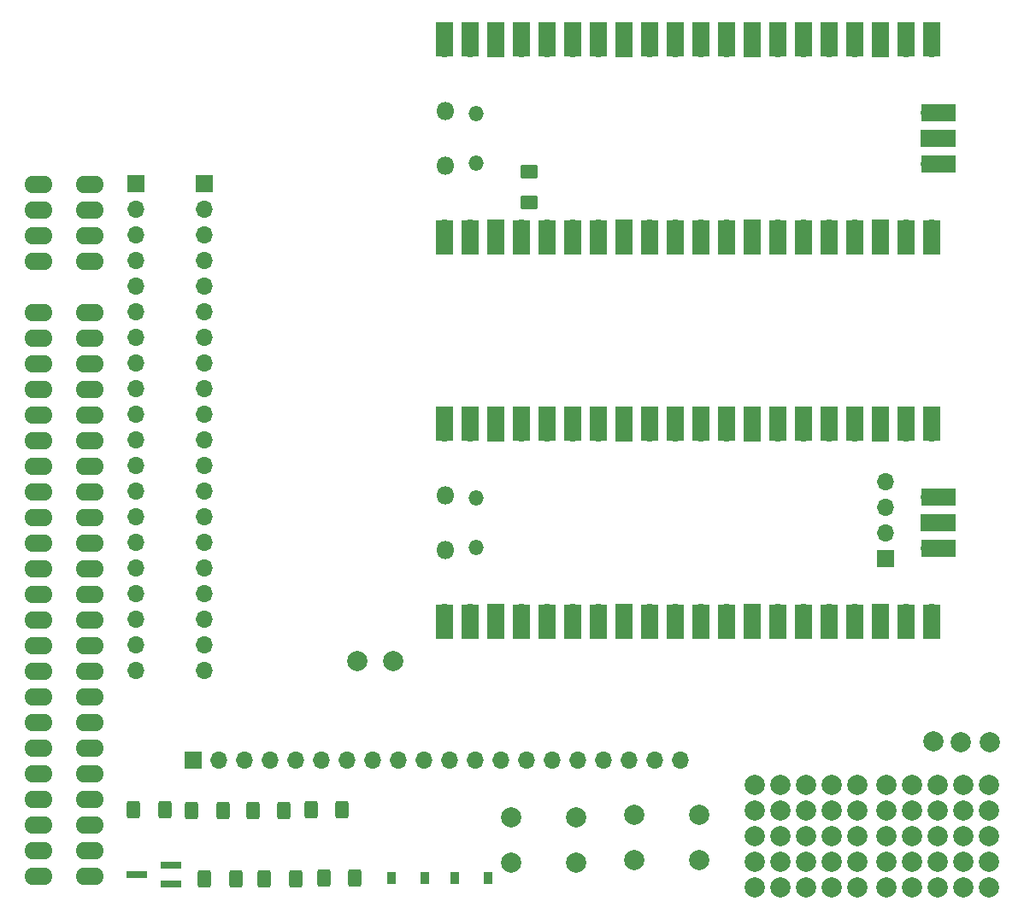
<source format=gbs>
%TF.GenerationSoftware,KiCad,Pcbnew,6.0.11-2627ca5db0~126~ubuntu22.04.1*%
%TF.CreationDate,2023-11-30T20:29:01+00:00*%
%TF.ProjectId,zx-spectrum-diagnostics,7a782d73-7065-4637-9472-756d2d646961,1.1*%
%TF.SameCoordinates,Original*%
%TF.FileFunction,Soldermask,Bot*%
%TF.FilePolarity,Negative*%
%FSLAX46Y46*%
G04 Gerber Fmt 4.6, Leading zero omitted, Abs format (unit mm)*
G04 Created by KiCad (PCBNEW 6.0.11-2627ca5db0~126~ubuntu22.04.1) date 2023-11-30 20:29:01*
%MOMM*%
%LPD*%
G01*
G04 APERTURE LIST*
G04 Aperture macros list*
%AMRoundRect*
0 Rectangle with rounded corners*
0 $1 Rounding radius*
0 $2 $3 $4 $5 $6 $7 $8 $9 X,Y pos of 4 corners*
0 Add a 4 corners polygon primitive as box body*
4,1,4,$2,$3,$4,$5,$6,$7,$8,$9,$2,$3,0*
0 Add four circle primitives for the rounded corners*
1,1,$1+$1,$2,$3*
1,1,$1+$1,$4,$5*
1,1,$1+$1,$6,$7*
1,1,$1+$1,$8,$9*
0 Add four rect primitives between the rounded corners*
20,1,$1+$1,$2,$3,$4,$5,0*
20,1,$1+$1,$4,$5,$6,$7,0*
20,1,$1+$1,$6,$7,$8,$9,0*
20,1,$1+$1,$8,$9,$2,$3,0*%
G04 Aperture macros list end*
%ADD10C,2.000000*%
%ADD11R,1.700000X1.700000*%
%ADD12O,1.700000X1.700000*%
%ADD13O,2.800000X1.727200*%
%ADD14RoundRect,0.250000X-0.400000X-0.625000X0.400000X-0.625000X0.400000X0.625000X-0.400000X0.625000X0*%
%ADD15RoundRect,0.250000X0.400000X0.625000X-0.400000X0.625000X-0.400000X-0.625000X0.400000X-0.625000X0*%
%ADD16R,2.000000X0.650000*%
%ADD17R,0.900000X1.200000*%
%ADD18RoundRect,0.250001X0.624999X-0.462499X0.624999X0.462499X-0.624999X0.462499X-0.624999X-0.462499X0*%
%ADD19O,1.800000X1.800000*%
%ADD20O,1.500000X1.500000*%
%ADD21R,1.700000X3.500000*%
%ADD22R,3.500000X1.700000*%
G04 APERTURE END LIST*
D10*
%TO.C,*%
X109220000Y-128778000D03*
%TD*%
%TO.C,*%
X112776000Y-128778000D03*
%TD*%
%TO.C,REF\u002A\u002A17*%
X166690000Y-148640000D03*
%TD*%
%TO.C,REF\u002A\u002A20*%
X148610000Y-151180000D03*
%TD*%
%TO.C,REF\u002A\u002A19*%
X158770000Y-148640000D03*
%TD*%
%TO.C,REF\u002A\u002A*%
X148610000Y-141020000D03*
%TD*%
%TO.C,REF\u002A\u002A10*%
X148610000Y-146100000D03*
%TD*%
%TO.C,REF\u002A\u002A21*%
X151150000Y-151180000D03*
%TD*%
%TO.C,REF\u002A\u002A17*%
X153690000Y-148640000D03*
%TD*%
%TO.C,REF\u002A\u002A1*%
X151150000Y-141020000D03*
%TD*%
%TO.C,REF\u002A\u002A3*%
X169230000Y-141020000D03*
%TD*%
%TO.C,REF\u002A\u002A8*%
X169230000Y-143560000D03*
%TD*%
%TO.C,REF\u002A\u002A21*%
X164150000Y-151180000D03*
%TD*%
%TO.C,REF\u002A\u002A11*%
X164150000Y-146100000D03*
%TD*%
%TO.C,REF\u002A\u002A9*%
X158770000Y-143560000D03*
%TD*%
%TO.C,REF\u002A\u002A6*%
X164150000Y-143560000D03*
%TD*%
%TO.C,REF\u002A\u002A18*%
X156230000Y-148640000D03*
%TD*%
%TO.C,REF\u002A\u002A24*%
X158770000Y-151180000D03*
%TD*%
%TO.C,REF\u002A\u002A12*%
X166690000Y-146100000D03*
%TD*%
%TO.C,REF\u002A\u002A*%
X161610000Y-141020000D03*
%TD*%
%TO.C,*%
X166270000Y-136750000D03*
%TD*%
%TO.C,REF\u002A\u002A13*%
X156230000Y-146100000D03*
%TD*%
%TO.C,REF\u002A\u002A24*%
X171770000Y-151180000D03*
%TD*%
%TO.C,REF\u002A\u002A3*%
X156230000Y-141020000D03*
%TD*%
%TO.C,REF\u002A\u002A22*%
X166690000Y-151180000D03*
%TD*%
%TO.C,REF\u002A\u002A13*%
X169230000Y-146100000D03*
%TD*%
%TO.C,*%
X171850000Y-136810000D03*
%TD*%
%TO.C,REF\u002A\u002A2*%
X166690000Y-141020000D03*
%TD*%
D11*
%TO.C,J101*%
X161544000Y-118608000D03*
D12*
X161544000Y-116068000D03*
X161544000Y-113528000D03*
X161544000Y-110988000D03*
%TD*%
D10*
%TO.C,SW101*%
X143138000Y-148524000D03*
X136638000Y-148524000D03*
X136638000Y-144024000D03*
X143138000Y-144024000D03*
%TD*%
D13*
%TO.C,Z101*%
X82738000Y-81504000D03*
X82738000Y-84044000D03*
X82738000Y-86584000D03*
X82738000Y-89124000D03*
X82738000Y-94204000D03*
X82738000Y-96744000D03*
X82738000Y-99284000D03*
X82738000Y-101824000D03*
X82738000Y-104364000D03*
X82738000Y-106904000D03*
X82738000Y-109444000D03*
X82738000Y-111984000D03*
X82738000Y-114524000D03*
X82738000Y-117064000D03*
X82738000Y-119604000D03*
X82738000Y-122144000D03*
X82738000Y-124684000D03*
X82738000Y-127224000D03*
X82738000Y-129764000D03*
X82738000Y-132304000D03*
X82738000Y-134844000D03*
X82738000Y-137384000D03*
X82738000Y-139924000D03*
X82738000Y-142464000D03*
X82738000Y-145004000D03*
X82738000Y-147544000D03*
X82738000Y-150084000D03*
X77658000Y-81504000D03*
X77658000Y-84044000D03*
X77658000Y-86584000D03*
X77658000Y-89124000D03*
X77658000Y-94204000D03*
X77658000Y-96744000D03*
X77658000Y-99284000D03*
X77658000Y-101824000D03*
X77658000Y-104364000D03*
X77658000Y-106904000D03*
X77658000Y-109444000D03*
X77658000Y-111984000D03*
X77658000Y-114524000D03*
X77658000Y-117064000D03*
X77658000Y-119604000D03*
X77658000Y-122144000D03*
X77658000Y-124684000D03*
X77658000Y-127224000D03*
X77658000Y-129764000D03*
X77658000Y-132304000D03*
X77658000Y-134844000D03*
X77658000Y-137384000D03*
X77658000Y-139924000D03*
X77658000Y-142464000D03*
X77658000Y-145004000D03*
X77658000Y-147544000D03*
X77658000Y-150084000D03*
%TD*%
D10*
%TO.C,REF\u002A\u002A15*%
X161610000Y-148640000D03*
%TD*%
%TO.C,REF\u002A\u002A5*%
X148610000Y-143560000D03*
%TD*%
%TO.C,*%
X169050000Y-136800000D03*
%TD*%
%TO.C,REF\u002A\u002A2*%
X153690000Y-141020000D03*
%TD*%
%TO.C,REF\u002A\u002A6*%
X151150000Y-143560000D03*
%TD*%
%TO.C,REF\u002A\u002A11*%
X151150000Y-146100000D03*
%TD*%
%TO.C,REF\u002A\u002A14*%
X171770000Y-146100000D03*
%TD*%
%TO.C,SW102*%
X130946000Y-148778000D03*
X124446000Y-148778000D03*
X130946000Y-144278000D03*
X124446000Y-144278000D03*
%TD*%
%TO.C,REF\u002A\u002A1*%
X164150000Y-141020000D03*
%TD*%
%TO.C,REF\u002A\u002A16*%
X164150000Y-148640000D03*
%TD*%
%TO.C,REF\u002A\u002A10*%
X161610000Y-146100000D03*
%TD*%
%TO.C,REF\u002A\u002A4*%
X158770000Y-141020000D03*
%TD*%
%TO.C,REF\u002A\u002A20*%
X161610000Y-151180000D03*
%TD*%
%TO.C,REF\u002A\u002A16*%
X151150000Y-148640000D03*
%TD*%
%TO.C,REF\u002A\u002A15*%
X148610000Y-148640000D03*
%TD*%
%TO.C,REF\u002A\u002A14*%
X158770000Y-146100000D03*
%TD*%
%TO.C,REF\u002A\u002A7*%
X166690000Y-143560000D03*
%TD*%
%TO.C,REF\u002A\u002A9*%
X171770000Y-143560000D03*
%TD*%
%TO.C,REF\u002A\u002A12*%
X153690000Y-146100000D03*
%TD*%
%TO.C,REF\u002A\u002A19*%
X171770000Y-148640000D03*
%TD*%
%TO.C,REF\u002A\u002A7*%
X153690000Y-143560000D03*
%TD*%
%TO.C,REF\u002A\u002A23*%
X169230000Y-151180000D03*
%TD*%
%TO.C,REF\u002A\u002A23*%
X156230000Y-151180000D03*
%TD*%
%TO.C,REF\u002A\u002A22*%
X153690000Y-151180000D03*
%TD*%
%TO.C,REF\u002A\u002A4*%
X171770000Y-141020000D03*
%TD*%
%TO.C,REF\u002A\u002A5*%
X161610000Y-143560000D03*
%TD*%
%TO.C,REF\u002A\u002A8*%
X156230000Y-143560000D03*
%TD*%
%TO.C,REF\u002A\u002A18*%
X169230000Y-148640000D03*
%TD*%
D11*
%TO.C,J203*%
X87285000Y-81470000D03*
D12*
X87285000Y-84010000D03*
X87285000Y-86550000D03*
X87285000Y-89090000D03*
X87285000Y-91630000D03*
X87285000Y-94170000D03*
X87285000Y-96710000D03*
X87285000Y-99250000D03*
X87285000Y-101790000D03*
X87285000Y-104330000D03*
X87285000Y-106870000D03*
X87285000Y-109410000D03*
X87285000Y-111950000D03*
X87285000Y-114490000D03*
X87285000Y-117030000D03*
X87285000Y-119570000D03*
X87285000Y-122110000D03*
X87285000Y-124650000D03*
X87285000Y-127190000D03*
X87285000Y-129730000D03*
%TD*%
D14*
%TO.C,R106*%
X92820000Y-143560000D03*
X95920000Y-143560000D03*
%TD*%
D15*
%TO.C,R101*%
X103140000Y-150330000D03*
X100040000Y-150330000D03*
%TD*%
D11*
%TO.C,J202*%
X92990000Y-138565000D03*
D12*
X95530000Y-138565000D03*
X98070000Y-138565000D03*
X100610000Y-138565000D03*
X103150000Y-138565000D03*
X105690000Y-138565000D03*
X108230000Y-138565000D03*
X110770000Y-138565000D03*
X113310000Y-138565000D03*
X115850000Y-138565000D03*
X118390000Y-138565000D03*
X120930000Y-138565000D03*
X123470000Y-138565000D03*
X126010000Y-138565000D03*
X128550000Y-138565000D03*
X131090000Y-138565000D03*
X133630000Y-138565000D03*
X136170000Y-138565000D03*
X138710000Y-138565000D03*
X141250000Y-138565000D03*
%TD*%
D16*
%TO.C,Q101*%
X90790000Y-148980000D03*
X90790000Y-150880000D03*
X87370000Y-149930000D03*
%TD*%
D17*
%TO.C,D102*%
X115910000Y-150290000D03*
X112610000Y-150290000D03*
%TD*%
D14*
%TO.C,R102*%
X105900000Y-150320000D03*
X109000000Y-150320000D03*
%TD*%
D15*
%TO.C,R103*%
X101990000Y-143590000D03*
X98890000Y-143590000D03*
%TD*%
%TO.C,R107*%
X97170000Y-150370000D03*
X94070000Y-150370000D03*
%TD*%
D18*
%TO.C,D101*%
X126238000Y-83275500D03*
X126238000Y-80300500D03*
%TD*%
D19*
%TO.C,U102*%
X117986000Y-74237000D03*
D20*
X121016000Y-79387000D03*
X121016000Y-74537000D03*
D19*
X117986000Y-79687000D03*
D21*
X117856000Y-67172000D03*
D12*
X117856000Y-68072000D03*
X120396000Y-68072000D03*
D21*
X120396000Y-67172000D03*
D11*
X122936000Y-68072000D03*
D21*
X122936000Y-67172000D03*
X125476000Y-67172000D03*
D12*
X125476000Y-68072000D03*
D21*
X128016000Y-67172000D03*
D12*
X128016000Y-68072000D03*
D21*
X130556000Y-67172000D03*
D12*
X130556000Y-68072000D03*
X133096000Y-68072000D03*
D21*
X133096000Y-67172000D03*
X135636000Y-67172000D03*
D11*
X135636000Y-68072000D03*
D12*
X138176000Y-68072000D03*
D21*
X138176000Y-67172000D03*
D12*
X140716000Y-68072000D03*
D21*
X140716000Y-67172000D03*
D12*
X143256000Y-68072000D03*
D21*
X143256000Y-67172000D03*
X145796000Y-67172000D03*
D12*
X145796000Y-68072000D03*
D11*
X148336000Y-68072000D03*
D21*
X148336000Y-67172000D03*
X150876000Y-67172000D03*
D12*
X150876000Y-68072000D03*
D21*
X153416000Y-67172000D03*
D12*
X153416000Y-68072000D03*
D21*
X155956000Y-67172000D03*
D12*
X155956000Y-68072000D03*
X158496000Y-68072000D03*
D21*
X158496000Y-67172000D03*
D11*
X161036000Y-68072000D03*
D21*
X161036000Y-67172000D03*
D12*
X163576000Y-68072000D03*
D21*
X163576000Y-67172000D03*
X166116000Y-67172000D03*
D12*
X166116000Y-68072000D03*
X166116000Y-85852000D03*
D21*
X166116000Y-86752000D03*
D12*
X163576000Y-85852000D03*
D21*
X163576000Y-86752000D03*
X161036000Y-86752000D03*
D11*
X161036000Y-85852000D03*
D21*
X158496000Y-86752000D03*
D12*
X158496000Y-85852000D03*
D21*
X155956000Y-86752000D03*
D12*
X155956000Y-85852000D03*
D21*
X153416000Y-86752000D03*
D12*
X153416000Y-85852000D03*
D21*
X150876000Y-86752000D03*
D12*
X150876000Y-85852000D03*
D11*
X148336000Y-85852000D03*
D21*
X148336000Y-86752000D03*
D12*
X145796000Y-85852000D03*
D21*
X145796000Y-86752000D03*
D12*
X143256000Y-85852000D03*
D21*
X143256000Y-86752000D03*
X140716000Y-86752000D03*
D12*
X140716000Y-85852000D03*
X138176000Y-85852000D03*
D21*
X138176000Y-86752000D03*
X135636000Y-86752000D03*
D11*
X135636000Y-85852000D03*
D12*
X133096000Y-85852000D03*
D21*
X133096000Y-86752000D03*
D12*
X130556000Y-85852000D03*
D21*
X130556000Y-86752000D03*
X128016000Y-86752000D03*
D12*
X128016000Y-85852000D03*
X125476000Y-85852000D03*
D21*
X125476000Y-86752000D03*
X122936000Y-86752000D03*
D11*
X122936000Y-85852000D03*
D21*
X120396000Y-86752000D03*
D12*
X120396000Y-85852000D03*
X117856000Y-85852000D03*
D21*
X117856000Y-86752000D03*
D12*
X165886000Y-74422000D03*
D22*
X166786000Y-74422000D03*
D11*
X165886000Y-76962000D03*
D22*
X166786000Y-76962000D03*
X166786000Y-79502000D03*
D12*
X165886000Y-79502000D03*
%TD*%
D17*
%TO.C,D103*%
X122220000Y-150270000D03*
X118920000Y-150270000D03*
%TD*%
D19*
%TO.C,U101*%
X117986000Y-112337000D03*
D20*
X121016000Y-117487000D03*
X121016000Y-112637000D03*
D19*
X117986000Y-117787000D03*
D21*
X117856000Y-105272000D03*
D12*
X117856000Y-106172000D03*
D21*
X120396000Y-105272000D03*
D12*
X120396000Y-106172000D03*
D21*
X122936000Y-105272000D03*
D11*
X122936000Y-106172000D03*
D12*
X125476000Y-106172000D03*
D21*
X125476000Y-105272000D03*
X128016000Y-105272000D03*
D12*
X128016000Y-106172000D03*
X130556000Y-106172000D03*
D21*
X130556000Y-105272000D03*
D12*
X133096000Y-106172000D03*
D21*
X133096000Y-105272000D03*
X135636000Y-105272000D03*
D11*
X135636000Y-106172000D03*
D21*
X138176000Y-105272000D03*
D12*
X138176000Y-106172000D03*
X140716000Y-106172000D03*
D21*
X140716000Y-105272000D03*
X143256000Y-105272000D03*
D12*
X143256000Y-106172000D03*
X145796000Y-106172000D03*
D21*
X145796000Y-105272000D03*
X148336000Y-105272000D03*
D11*
X148336000Y-106172000D03*
D21*
X150876000Y-105272000D03*
D12*
X150876000Y-106172000D03*
D21*
X153416000Y-105272000D03*
D12*
X153416000Y-106172000D03*
D21*
X155956000Y-105272000D03*
D12*
X155956000Y-106172000D03*
D21*
X158496000Y-105272000D03*
D12*
X158496000Y-106172000D03*
D21*
X161036000Y-105272000D03*
D11*
X161036000Y-106172000D03*
D12*
X163576000Y-106172000D03*
D21*
X163576000Y-105272000D03*
X166116000Y-105272000D03*
D12*
X166116000Y-106172000D03*
X166116000Y-123952000D03*
D21*
X166116000Y-124852000D03*
D12*
X163576000Y-123952000D03*
D21*
X163576000Y-124852000D03*
X161036000Y-124852000D03*
D11*
X161036000Y-123952000D03*
D12*
X158496000Y-123952000D03*
D21*
X158496000Y-124852000D03*
D12*
X155956000Y-123952000D03*
D21*
X155956000Y-124852000D03*
D12*
X153416000Y-123952000D03*
D21*
X153416000Y-124852000D03*
D12*
X150876000Y-123952000D03*
D21*
X150876000Y-124852000D03*
D11*
X148336000Y-123952000D03*
D21*
X148336000Y-124852000D03*
D12*
X145796000Y-123952000D03*
D21*
X145796000Y-124852000D03*
X143256000Y-124852000D03*
D12*
X143256000Y-123952000D03*
D21*
X140716000Y-124852000D03*
D12*
X140716000Y-123952000D03*
X138176000Y-123952000D03*
D21*
X138176000Y-124852000D03*
X135636000Y-124852000D03*
D11*
X135636000Y-123952000D03*
D21*
X133096000Y-124852000D03*
D12*
X133096000Y-123952000D03*
D21*
X130556000Y-124852000D03*
D12*
X130556000Y-123952000D03*
D21*
X128016000Y-124852000D03*
D12*
X128016000Y-123952000D03*
D21*
X125476000Y-124852000D03*
D12*
X125476000Y-123952000D03*
D11*
X122936000Y-123952000D03*
D21*
X122936000Y-124852000D03*
D12*
X120396000Y-123952000D03*
D21*
X120396000Y-124852000D03*
D12*
X117856000Y-123952000D03*
D21*
X117856000Y-124852000D03*
D12*
X165886000Y-112522000D03*
D22*
X166786000Y-112522000D03*
X166786000Y-115062000D03*
D11*
X165886000Y-115062000D03*
D22*
X166786000Y-117602000D03*
D12*
X165886000Y-117602000D03*
%TD*%
D14*
%TO.C,R104*%
X104650000Y-143530000D03*
X107750000Y-143530000D03*
%TD*%
D15*
%TO.C,R105*%
X90180000Y-143550000D03*
X87080000Y-143550000D03*
%TD*%
D11*
%TO.C,J201*%
X94090000Y-81430000D03*
D12*
X94090000Y-83970000D03*
X94090000Y-86510000D03*
X94090000Y-89050000D03*
X94090000Y-91590000D03*
X94090000Y-94130000D03*
X94090000Y-96670000D03*
X94090000Y-99210000D03*
X94090000Y-101750000D03*
X94090000Y-104290000D03*
X94090000Y-106830000D03*
X94090000Y-109370000D03*
X94090000Y-111910000D03*
X94090000Y-114450000D03*
X94090000Y-116990000D03*
X94090000Y-119530000D03*
X94090000Y-122070000D03*
X94090000Y-124610000D03*
X94090000Y-127150000D03*
X94090000Y-129690000D03*
%TD*%
M02*

</source>
